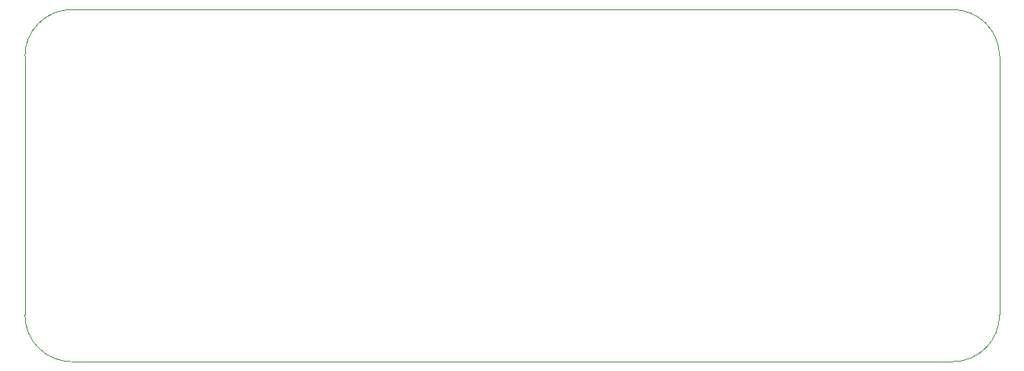
<source format=gbr>
%TF.GenerationSoftware,KiCad,Pcbnew,7.0.7*%
%TF.CreationDate,2023-10-31T17:43:09-05:00*%
%TF.ProjectId,Raman_Spectrometer_Board,52616d61-6e5f-4537-9065-6374726f6d65,rev?*%
%TF.SameCoordinates,Original*%
%TF.FileFunction,Profile,NP*%
%FSLAX46Y46*%
G04 Gerber Fmt 4.6, Leading zero omitted, Abs format (unit mm)*
G04 Created by KiCad (PCBNEW 7.0.7) date 2023-10-31 17:43:09*
%MOMM*%
%LPD*%
G01*
G04 APERTURE LIST*
%TA.AperFunction,Profile*%
%ADD10C,0.100000*%
%TD*%
G04 APERTURE END LIST*
D10*
X22352000Y-68834000D02*
G75*
G03*
X27432000Y-73914000I5080000J0D01*
G01*
X127762000Y-40894000D02*
X127762000Y-68834000D01*
X122682000Y-35814000D02*
X27432000Y-35814000D01*
X22352000Y-68834000D02*
X22352000Y-40894000D01*
X122682000Y-73914000D02*
G75*
G03*
X127762000Y-68834000I0J5080000D01*
G01*
X127762000Y-40894000D02*
G75*
G03*
X122682000Y-35814000I-5080000J0D01*
G01*
X27432000Y-35814000D02*
G75*
G03*
X22352000Y-40894000I0J-5080000D01*
G01*
X122682000Y-73914000D02*
X27432000Y-73914000D01*
M02*

</source>
